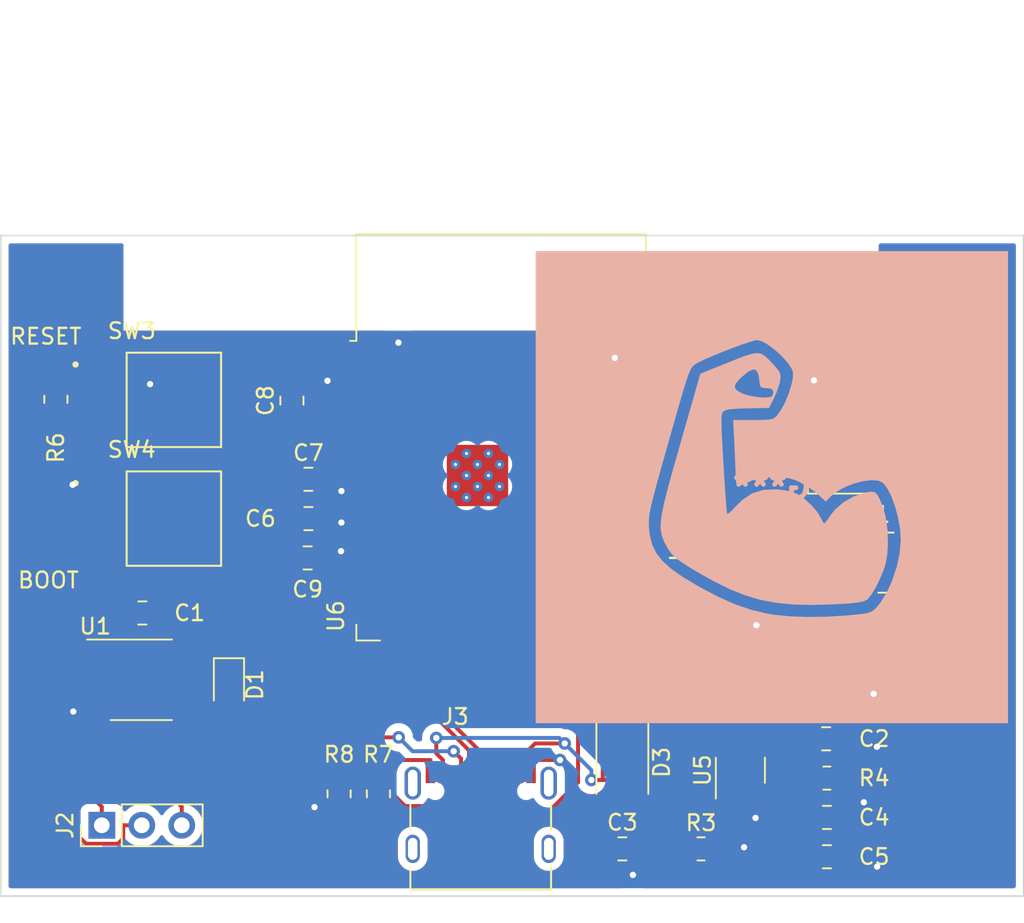
<source format=kicad_pcb>
(kicad_pcb (version 20221018) (generator pcbnew)
  (layers (0 "F.Cu" signal) (31 "B.Cu" signal) (34 "B.Paste" user) (35 "F.Paste" user) (36 "B.SilkS" user "B.Silkscreen") (37 "F.SilkS" user "F.Silkscreen") (38 "B.Mask" user) (39 "F.Mask" user) (44 "Edge.Cuts" user))
  (net 0 "")
  (net 1 "Net-(C1-Pad1)")
  (net 2 "Net-(C1-Pad2)")
  (net 3 "Net-(SW1-A)")
  (net 4 "GND")
  (net 5 "Net-(D3-K)")
  (net 6 "+3V3")
  (net 7 "/RESET")
  (net 8 "/OUT")
  (net 9 "Net-(D1-A)")
  (net 10 "Net-(D2-K)")
  (net 11 "VBUS")
  (net 12 "VBAT")
  (net 13 "Net-(J3-CC1)")
  (net 14 "/D+")
  (net 15 "/D-")
  (net 17 "Net-(J3-CC2)")
  (net 19 "Net-(U3-STAT)")
  (net 20 "Net-(U3-PROG)")
  (net 21 "Net-(U5-EN)")
  (net 22 "/BOOT")
  (net 23 "/IN2")
  (net 24 "/IN1")
  (net 25 "/REF")
  (footprint "Button_Switch_SMD:SW_TS04-66-50-BK-160-SMT" (layer "F.Cu") (at 140 99.5)
    (fp_text reference "SW4" (at -2.675 -4.385) (layer "F.SilkS"))
    (fp_text value "SW_Push")
    (pad "1" smd rect (at -4.55 -2.25) (size 2.1 1.4) (layers "F.Cu" "F.Paste" "F.Mask") (net 4 "GND"))
    (pad "2" smd rect (at -4.55 2.25) (size 2.1 1.4) (layers "F.Cu" "F.Paste" "F.Mask") (net 22 "/BOOT"))
    (pad "3" smd rect (at 4.55 -2.25) (size 2.1 1.4) (layers "F.Cu" "F.Paste" "F.Mask"))
    (pad "4" smd rect (at 4.55 2.25) (size 2.1 1.4) (layers "F.Cu" "F.Paste" "F.Mask"))
  )
  (footprint "Button_Switch_SMD:SW_DPDT_CK_JS202011JCQN" (layer "F.Cu") (at 184 102.3)
    (fp_text reference "SW1" (at 0 -3.05) (layer "F.SilkS"))
    (fp_text value "SW_SPST")
    (pad "1" smd rect (at -2.5 -1.2) (size 1 1.6) (layers "F.Cu" "F.Paste" "F.Mask") (net 3 "Net-(SW1-A)"))
    (pad "2" smd rect (at 0 -1.2) (size 1 1.6) (layers "F.Cu" "F.Paste" "F.Mask") (net 12 "VBAT"))
    (pad "3" smd rect (at 2.5 -1.2) (size 1 1.6) (layers "F.Cu" "F.Paste" "F.Mask"))
    (pad "4" smd rect (at -2.5 1.2) (size 1 1.6) (layers "F.Cu" "F.Paste" "F.Mask"))
    (pad "5" smd rect (at 0 1.2) (size 1 1.6) (layers "F.Cu" "F.Paste" "F.Mask"))
    (pad "6" smd rect (at 2.5 1.2) (size 1 1.6) (layers "F.Cu" "F.Paste" "F.Mask"))
  )
  (footprint "Resistor_SMD:R_0805_2012Metric" (layer "F.Cu") (at 181.5 111)
    (fp_text reference "R2" (at 3 0) (layer "F.SilkS"))
    (fp_text value "1k")
    (pad "1" smd roundrect (at -0.9125 0) (size 1.025 1.4) (layers "F.Cu" "F.Paste" "F.Mask") (roundrect_rratio 0.243902439) (net 20 "Net-(U3-PROG)"))
    (pad "2" smd roundrect (at 0.9125 0) (size 1.025 1.4) (layers "F.Cu" "F.Paste" "F.Mask") (roundrect_rratio 0.243902439) (net 4 "GND"))
  )
  (footprint "Connector_PinHeader_2.54mm:PinHeader_1x03_P2.54mm_Vertical" (layer "F.Cu") (at 135.42 119 90)
    (fp_text reference "J2" (at 0 -2.33 90) (layer "F.SilkS"))
    (fp_text value "Conn_01x03_Pin")
    (pad "1" thru_hole rect (at 0 0 90) (size 1.7 1.7) (drill 1) (layers "*.Cu" "*.Mask") (net 24 "/IN1"))
    (pad "2" thru_hole oval (at 0 2.54 90) (size 1.7 1.7) (drill 1) (layers "*.Cu" "*.Mask") (net 23 "/IN2"))
    (pad "3" thru_hole oval (at 0 5.08 90) (size 1.7 1.7) (drill 1) (layers "*.Cu" "*.Mask") (net 25 "/REF"))
  )
  (footprint "Diode_SMD:D_SMA" (layer "F.Cu") (at 168.5 115 -90)
    (fp_text reference "D3" (at 0 -2.5 90) (layer "F.SilkS"))
    (fp_text value "D_Schottky")
    (pad "1" smd roundrect (at -2 0 270) (size 2.5 1.8) (layers "F.Cu" "F.Paste" "F.Mask") (roundrect_rratio 0.1388888889) (net 5 "Net-(D3-K)"))
    (pad "2" smd roundrect (at 2 0 270) (size 2.5 1.8) (layers "F.Cu" "F.Paste" "F.Mask") (roundrect_rratio 0.1388888889) (net 11 "VBUS"))
  )
  (footprint "Capacitor_SMD:C_0805_2012Metric" (layer "F.Cu") (at 138 105.5)
    (fp_text reference "C1" (at 3 0) (layer "F.SilkS"))
    (fp_text value "C")
    (pad "1" smd roundrect (at -0.95 0) (size 1 1.45) (layers "F.Cu" "F.Paste" "F.Mask") (net 1 "Net-(C1-Pad1)"))
    (pad "2" smd roundrect (at 0.95 0) (size 1 1.45) (layers "F.Cu" "F.Paste" "F.Mask") (net 2 "Net-(C1-Pad2)"))
  )
  (footprint "open-Smartwatch:SOT-23-5" (layer "F.Cu") (at 176.1 109.4 -90)
    (fp_text reference "U3" (at 0 -2.9 90) (layer "F.SilkS"))
    (fp_text value "MCP73831T-2ACI_OT")
    (pad "1" smd rect (at -1.1 -0.95 270) (size 1.06 0.65) (layers "F.Cu" "F.Paste" "F.Mask") (net 19 "Net-(U3-STAT)"))
    (pad "2" smd rect (at -1.1 0 270) (size 1.06 0.65) (layers "F.Cu" "F.Paste" "F.Mask") (net 4 "GND"))
    (pad "3" smd rect (at -1.1 0.95 270) (size 1.06 0.65) (layers "F.Cu" "F.Paste" "F.Mask") (net 3 "Net-(SW1-A)"))
    (pad "4" smd rect (at 1.1 0.95 270) (size 1.06 0.65) (layers "F.Cu" "F.Paste" "F.Mask") (net 11 "VBUS"))
    (pad "5" smd rect (at 1.1 -0.95 270) (size 1.06 0.65) (layers "F.Cu" "F.Paste" "F.Mask") (net 20 "Net-(U3-PROG)"))
  )
  (footprint "Resistor_SMD:R_0805_2012Metric" (layer "F.Cu") (at 173.5 120.5)
    (fp_text reference "R3" (at 0 -1.65) (layer "F.SilkS"))
    (fp_text value "100k")
    (pad "1" smd roundrect (at -0.9125 0) (size 1.025 1.4) (layers "F.Cu" "F.Paste" "F.Mask") (roundrect_rratio 0.243902439) (net 11 "VBUS"))
    (pad "2" smd roundrect (at 0.9125 0) (size 1.025 1.4) (layers "F.Cu" "F.Paste" "F.Mask") (roundrect_rratio 0.243902439) (net 4 "GND"))
  )
  (footprint "Resistor_SMD:R_0805_2012Metric" (layer "F.Cu") (at 181.5 116)
    (fp_text reference "R4" (at 3 0) (layer "F.SilkS"))
    (fp_text value "100k")
    (pad "1" smd roundrect (at -0.9125 0) (size 1.025 1.4) (layers "F.Cu" "F.Paste" "F.Mask") (roundrect_rratio 0.243902439) (net 5 "Net-(D3-K)"))
    (pad "2" smd roundrect (at 0.9125 0) (size 1.025 1.4) (layers "F.Cu" "F.Paste" "F.Mask") (roundrect_rratio 0.243902439) (net 21 "Net-(U5-EN)"))
  )
  (footprint "Button_Switch_SMD:SW_TS04-66-50-BK-160-SMT" (layer "F.Cu") (at 140 91.95)
    (fp_text reference "SW3" (at -2.675 -4.385) (layer "F.SilkS"))
    (fp_text value "SW_Push")
    (pad "1" smd rect (at -4.55 -2.25) (size 2.1 1.4) (layers "F.Cu" "F.Paste" "F.Mask") (net 4 "GND"))
    (pad "2" smd rect (at -4.55 2.25) (size 2.1 1.4) (layers "F.Cu" "F.Paste" "F.Mask") (net 7 "/RESET"))
    (pad "3" smd rect (at 4.55 -2.25) (size 2.1 1.4) (layers "F.Cu" "F.Paste" "F.Mask"))
    (pad "4" smd rect (at 4.55 2.25) (size 2.1 1.4) (layers "F.Cu" "F.Paste" "F.Mask"))
  )
  (footprint "Capacitor_SMD:C_0805_2012Metric" (layer "F.Cu") (at 181.5 121)
    (fp_text reference "C5" (at 3 0) (layer "F.SilkS"))
    (fp_text value "10uF C")
    (pad "1" smd roundrect (at -0.95 0) (size 1 1.45) (layers "F.Cu" "F.Paste" "F.Mask") (net 6 "+3V3"))
    (pad "2" smd roundrect (at 0.95 0) (size 1 1.45) (layers "F.Cu" "F.Paste" "F.Mask") (net 4 "GND"))
  )
  (footprint "Capacitor_SMD:C_0805_2012Metric" (layer "F.Cu") (at 181.5 118.5)
    (fp_text reference "C4" (at 3 0) (layer "F.SilkS"))
    (fp_text value "10uF C")
    (pad "1" smd roundrect (at -0.95 0) (size 1 1.45) (layers "F.Cu" "F.Paste" "F.Mask") (net 6 "+3V3"))
    (pad "2" smd roundrect (at 0.95 0) (size 1 1.45) (layers "F.Cu" "F.Paste" "F.Mask") (net 4 "GND"))
  )
  (footprint "Capacitor_SMD:C_0805_2012Metric" (layer "F.Cu") (at 148.55 99.5)
    (fp_text reference "C6" (at -3.05 0) (layer "F.SilkS"))
    (fp_text value "10uF")
    (pad "1" smd roundrect (at -0.95 0) (size 1 1.45) (layers "F.Cu" "F.Paste" "F.Mask") (net 6 "+3V3"))
    (pad "2" smd roundrect (at 0.95 0) (size 1 1.45) (layers "F.Cu" "F.Paste" "F.Mask") (net 4 "GND"))
  )
  (footprint "Capacitor_SMD:C_0805_2012Metric" (layer "F.Cu") (at 181.45 113.5)
    (fp_text reference "C2" (at 3.05 0) (layer "F.SilkS"))
    (fp_text value "10uF")
    (pad "1" smd roundrect (at -0.95 0) (size 1 1.45) (layers "F.Cu" "F.Paste" "F.Mask") (net 3 "Net-(SW1-A)"))
    (pad "2" smd roundrect (at 0.95 0) (size 1 1.45) (layers "F.Cu" "F.Paste" "F.Mask") (net 4 "GND"))
  )
  (footprint "Resistor_SMD:R_0805_2012Metric" (layer "F.Cu") (at 132.5 91.9125 -90)
    (fp_text reference "R6" (at 3.0875 0 90) (layer "F.SilkS"))
    (fp_text value "5.1k")
    (pad "1" smd roundrect (at -0.9125 0 270) (size 1.025 1.4) (layers "F.Cu" "F.Paste" "F.Mask") (roundrect_rratio 0.243902439) (net 6 "+3V3"))
    (pad "2" smd roundrect (at 0.9125 0 270) (size 1.025 1.4) (layers "F.Cu" "F.Paste" "F.Mask") (roundrect_rratio 0.243902439) (net 7 "/RESET"))
  )
  (footprint "Capacitor_SMD:C_0805_2012Metric" (layer "F.Cu") (at 168.5 120.5)
    (fp_text reference "C3" (at 0 -1.68) (layer "F.SilkS"))
    (fp_text value "10uF C")
    (pad "1" smd roundrect (at -0.95 0) (size 1 1.45) (layers "F.Cu" "F.Paste" "F.Mask") (net 5 "Net-(D3-K)"))
    (pad "2" smd roundrect (at 0.95 0) (size 1 1.45) (layers "F.Cu" "F.Paste" "F.Mask") (net 4 "GND"))
  )
  (footprint "Package_SO:SOIC-8-1EP_3.9x4.9mm_P1.27mm_EP2.29x3mm" (layer "F.Cu") (at 137.93 109.75)
    (fp_text reference "U1" (at -2.93 -3.4) (layer "F.SilkS"))
    (fp_text value "INA128")
    (pad "1" smd roundrect (at -2.475 -1.905) (size 1.95 0.6) (layers "F.Cu" "F.Paste" "F.Mask") (net 1 "Net-(C1-Pad1)"))
    (pad "2" smd roundrect (at -2.475 -0.635) (size 1.95 0.6) (layers "F.Cu" "F.Paste" "F.Mask") (net 23 "/IN2"))
    (pad "3" smd roundrect (at -2.475 0.635) (size 1.95 0.6) (layers "F.Cu" "F.Paste" "F.Mask") (net 24 "/IN1"))
    (pad "4" smd roundrect (at -2.475 1.905) (size 1.95 0.6) (layers "F.Cu" "F.Paste" "F.Mask") (net 4 "GND"))
    (pad "5" smd roundrect (at 2.475 1.905) (size 1.95 0.6) (layers "F.Cu" "F.Paste" "F.Mask") (net 25 "/REF"))
    (pad "6" smd roundrect (at 2.475 0.635) (size 1.95 0.6) (layers "F.Cu" "F.Paste" "F.Mask") (net 9 "Net-(D1-A)"))
    (pad "7" smd roundrect (at 2.475 -0.635) (size 1.95 0.6) (layers "F.Cu" "F.Paste" "F.Mask") (net 6 "+3V3"))
    (pad "8" smd roundrect (at 2.475 -1.905) (size 1.95 0.6) (layers "F.Cu" "F.Paste" "F.Mask") (net 2 "Net-(C1-Pad2)"))
    (pad "9" smd rect (at 0 0) (size 2.29 3) (layers "F.Cu" "F.Mask"))
  )
  (footprint "Capacitor_SMD:C_0805_2012Metric" (layer "F.Cu") (at 148.5 102)
    (fp_text reference "C9" (at 0 2) (layer "F.SilkS"))
    (fp_text value "1uF")
    (pad "1" smd roundrect (at -0.95 0) (size 1 1.45) (layers "F.Cu" "F.Paste" "F.Mask") (net 6 "+3V3"))
    (pad "2" smd roundrect (at 0.95 0) (size 1 1.45) (layers "F.Cu" "F.Paste" "F.Mask") (net 4 "GND"))
  )
  (footprint "Resistor_SMD:R_0805_2012Metric" (layer "F.Cu") (at 153 117 -90)
    (fp_text reference "R7" (at -2.5 0 -180) (layer "F.SilkS"))
    (fp_text value "5.1k")
    (pad "1" smd roundrect (at -0.9125 0 270) (size 1.025 1.4) (layers "F.Cu" "F.Paste" "F.Mask") (roundrect_rratio 0.243902439) (net 17 "Net-(J3-CC2)"))
    (pad "2" smd roundrect (at 0.9125 0 270) (size 1.025 1.4) (layers "F.Cu" "F.Paste" "F.Mask") (roundrect_rratio 0.243902439) (net 4 "GND"))
  )
  (footprint "RF_Module:ESP32-S3-WROOM-1" (layer "F.Cu") (at 160.795 94.3)
    (fp_text reference "U6" (at -10.5 11.4 90 unlocked) (layer "F.SilkS"))
    (fp_text value "ESP32-S3-WROOM-1-N16R2")
    (pad "1" smd rect (at -8.75 -5.26) (size 1.5 0.9) (layers "F.Cu" "F.Paste" "F.Mask") (net 4 "GND"))
    (pad "2" smd rect (at -8.75 -3.99) (size 1.5 0.9) (layers "F.Cu" "F.Paste" "F.Mask") (net 6 "+3V3"))
    (pad "3" smd rect (at -8.75 -2.72) (size 1.5 0.9) (layers "F.Cu" "F.Paste" "F.Mask") (net 7 "/RESET"))
    (pad "4" smd rect (at -8.75 -1.45) (size 1.5 0.9) (layers "F.Cu" "F.Paste" "F.Mask"))
    (pad "5" smd rect (at -8.75 -0.18) (size 1.5 0.9) (layers "F.Cu" "F.Paste" "F.Mask") (net 8 "/OUT"))
    (pad "6" smd rect (at -8.75 1.09) (size 1.5 0.9) (layers "F.Cu" "F.Paste" "F.Mask"))
    (pad "7" smd rect (at -8.75 2.36) (size 1.5 0.9) (layers "F.Cu" "F.Paste" "F.Mask"))
    (pad "8" smd rect (at -8.75 3.63) (size 1.5 0.9) (layers "F.Cu" "F.Paste" "F.Mask"))
    (pad "9" smd rect (at -8.75 4.9) (size 1.5 0.9) (layers "F.Cu" "F.Paste" "F.Mask"))
    (pad "10" smd rect (at -8.75 6.17) (size 1.5 0.9) (layers "F.Cu" "F.Paste" "F.Mask"))
    (pad "11" smd rect (at -8.75 7.44) (size 1.5 0.9) (layers "F.Cu" "F.Paste" "F.Mask"))
    (pad "12" smd rect (at -8.75 8.71) (size 1.5 0.9) (layers "F.Cu" "F.Paste" "F.Mask"))
    (pad "13" smd rect (at -8.75 9.98) (size 1.5 0.9) (layers "F.Cu" "F.Paste" "F.Mask") (net 15 "/D-"))
    (pad "14" smd rect (at -8.75 11.25 180) (size 1.5 0.9) (layers "F.Cu" "F.Paste" "F.Mask") (net 14 "/D+"))
    (pad "15" smd rect (at -6.985 12.5 270) (size 1.5 0.9) (layers "F.Cu" "F.Paste" "F.Mask"))
    (pad "16" smd rect (at -5.715 12.5 270) (size 1.5 0.9) (layers "F.Cu" "F.Paste" "F.Mask"))
    (pad "17" smd rect (at -4.445 12.5 270) (size 1.5 0.9) (layers "F.Cu" "F.Paste" "F.Mask"))
    (pad "18" smd rect (at -3.175 12.5 270) (size 1.5 0.9) (layers "F.Cu" "F.Paste" "F.Mask"))
    (pad "19" smd rect (at -1.905 12.5 270) (size 1.5 0.9) (layers "F.Cu" "F.Paste" "F.Mask"))
    (pad "20" smd rect (at -0.635 12.5 270) (size 1.5 0.9) (layers "F.Cu" "F.Paste" "F.Mask"))
    (pad "21" smd rect (at 0.635 12.5 270) (size 1.5 0.9) (layers "F.Cu" "F.Paste" "F.Mask"))
    (pad "22" smd rect (at 1.905 12.5 270) (size 1.5 0.9) (layers "F.Cu" "F.Paste" "F.Mask"))
    (pad "23" smd rect (at 3.175 12.5 270) (size 1.5 0.9) (layers "F.Cu" "F.Paste" "F.Mask"))
    (pad "24" smd rect (at 4.445 12.5 270) (size 1.5 0.9) (layers "F.Cu" "F.Paste" "F.Mask"))
    (pad "25" smd rect (at 5.715 12.5 270) (size 1.5 0.9) (layers "F.Cu" "F.Paste" "F.Mask"))
    (pad "26" smd rect (at 6.985 12.5 270) (size 1.5 0.9) (layers "F.Cu" "F.Paste" "F.Mask"))
    (pad "27" smd rect (at 8.75 11.25) (size 1.5 0.9) (layers "F.Cu" "F.Paste" "F.Mask") (net 22 "/BOOT"))
    (pad "28" smd rect (at 8.75 9.98) (size 1.5 0.9) (layers "F.Cu" "F.Paste" "F.Mask"))
    (pad "29" smd rect (at 8.75 8.71) (size 1.5 0.9) (layers "F.Cu" "F.Paste" "F.Mask"))
    (pad "30" smd rect (at 8.75 7.44) (size 1.5 0.9) (layers "F.Cu" "F.Paste" "F.Mask"))
    (pad "31" smd rect (at 8.75 6.17) (size 1.5 0.9) (layers "F.Cu" "F.Paste" "F.Mask"))
    (pad "32" smd rect (at 8.75 4.9) (size 1.5 0.9) (layers "F.Cu" "F.Paste" "F.Mask"))
    (pad "33" smd rect (at 8.75 3.63) (size 1.5 0.9) (layers "F.Cu" "F.Paste" "F.Mask"))
    (pad "34" smd rect (at 8.75 2.36) (size 1.5 0.9) (layers "F.Cu" "F.Paste" "F.Mask"))
    (pad "35" smd rect (at 8.75 1.09) (size 1.5 0.9) (layers "F.Cu" "F.Paste" "F.Mask"))
    (pad "36" smd rect (at 8.75 -0.18) (size 1.5 0.9) (layers "F.Cu" "F.Paste" "F.Mask"))
    (pad "37" smd rect (at 8.75 -1.45) (size 1.5 0.9) (layers "F.Cu" "F.Paste" "F.Mask"))
    (pad "38" smd rect (at 8.75 -2.72) (size 1.5 0.9) (layers "F.Cu" "F.Paste" "F.Mask"))
    (pad "39" smd rect (at 8.75 -3.99) (size 1.5 0.9) (layers "F.Cu" "F.Paste" "F.Mask"))
    (pad "40" smd rect (at 8.75 -5.26) (size 1.5 0.9) (layers "F.Cu" "F.Paste" "F.Mask") (net 4 "GND"))
    (pad "41" thru_hole circle (at -2.9 1.76 90) (size 0.6 0.6) (drill 0.2) (property pad_prop_heatsink) (layers "*.Cu" "F.Mask"))
    (pad "41" thru_hole circle (at -2.9 3.16) (size 0.6 0.6) (drill 0.2) (property pad_prop_heatsink) (layers "*.Cu" "F.Mask"))
    (pad "41" thru_hole circle (at -2.2 1.06) (size 0.6 0.6) (drill 0.2) (property pad_prop_heatsink) (layers "*.Cu" "F.Mask"))
    (pad "41" thru_hole circle (at -2.2 2.46) (size 0.6 0.6) (drill 0.2) (property pad_prop_heatsink) (layers "*.Cu" "F.Mask"))
    (pad "41" thru_hole circle (at -2.2 3.86) (size 0.6 0.6) (drill 0.2) (property pad_prop_heatsink) (layers "*.Cu" "F.Mask"))
    (pad "41" thru_hole circle (at -1.5 1.76) (size 0.6 0.6) (drill 0.2) (property pad_prop_heatsink) (layers "*.Cu" "F.Mask"))
    (pad "41" smd rect (at -1.5 2.46 270) (size 3.9 3.9) (layers "F.Cu" "F.Mask"))
    (pad "41" thru_hole circle (at -1.5 3.16) (size 0.6 0.6) (drill 0.2) (property pad_prop_heatsink) (layers "*.Cu" "F.Mask"))
    (pad "41" thru_hole circle (at -0.8 1.06) (size 0.6 0.6) (drill 0.2) (property pad_prop_heatsink) (layers "*.Cu" "F.Mask"))
    (pad "41" thru_hole circle (at -0.8 2.46) (size 0.6 0.6) (drill 0.2) (property pad_prop_heatsink) (layers "*.Cu" "F.Mask"))
    (pad "41" thru_hole circle (at -0.8 3.86) (size 0.6 0.6) (drill 0.2) (property pad_prop_heatsink) (layers "*.Cu" "F.Mask"))
    (pad "41" thru_hole circle (at -0.1 1.76) (size 0.6 0.6) (drill 0.2) (property pad_prop_heatsink) (layers "*.Cu" "F.Mask"))
    (pad "41" thru_hole circle (at -0.1 3.16) (size 0.6 0.6) (drill 0.2) (property pad_prop_heatsink) (layers "*.Cu" "F.Mask"))
    (zone (net 0) (net_name "") (layers "F.Cu" "In1.Cu" "B.Cu") (connect_pads (clearance 0)) (min_thickness 0.254)
      (keepout (tracks not_allowed) (vias not_allowed) (pads not_allowed) (copperpour not_allowed) (footprints not_allowed))
      (fill (thermal_gap 0.508) (thermal_bridge_width 0.508))
      (polygon (pts (xy 136.795 87.55) (xy 184.795 87.55) (xy 184.795 66.55) (xy 136.795 66.55)))
    )
  )
  (footprint "Diode_SMD:D_0805_2012Metric" (layer "F.Cu") (at 143.5 110.0625 -90)
    (fp_text reference "D1" (at 0 -1.65 90) (layer "F.SilkS"))
    (fp_text value "D")
    (pad "1" smd roundrect (at -0.9375 0 270) (size 0.975 1.4) (layers "F.Cu" "F.Paste" "F.Mask") (net 8 "/OUT"))
    (pad "2" smd roundrect (at 0.9375 0 270) (size 0.975 1.4) (layers "F.Cu" "F.Paste" "F.Mask") (net 9 "Net-(D1-A)"))
  )
  (footprint "LED_SMD:LED_0805_2012Metric" (layer "F.Cu") (at 185.5625 108.5)
    (fp_text reference "D2" (at 0 -1.65) (layer "F.SilkS"))
    (fp_text value "LED")
    (pad "1" smd roundrect (at -0.9375 0) (size 0.975 1.4) (layers "F.Cu" "F.Paste" "F.Mask") (net 10 "Net-(D2-K)"))
    (pad "2" smd roundrect (at 0.9375 0) (size 0.975 1.4) (layers "F.Cu" "F.Paste" "F.Mask") (net 11 "VBUS"))
  )
  (footprint "Connector_JST:JST_PH_S2B-PH-SM4-TB_1x02-1MP_P2.00mm_Horizontal" (layer "F.Cu") (at 183.6 93.85 90)
    (fp_text reference "J1" (at 0 -5.8 90) (layer "F.SilkS"))
    (fp_text value "Conn_01x02_Pin")
    (pad "1" smd roundrect (at -1 -2.85 90) (size 1 3.5) (layers "F.Cu" "F.Paste" "F.Mask") (net 12 "VBAT"))
    (pad "2" smd roundrect (at 1 -2.85 90) (size 1 3.5) (layers "F.Cu" "F.Paste" "F.Mask") (net 4 "GND"))
    (pad "MP" smd roundrect (at -3.35 2.9 90) (size 1.5 3.4) (layers "F.Cu" "F.Paste" "F.Mask") (roundrect_rratio 0.1666673333))
    (pad "MP" smd roundrect (at 3.35 2.9 90) (size 1.5 3.4) (layers "F.Cu" "F.Paste" "F.Mask") (roundrect_rratio 0.1666673333))
  )
  (footprint "Capacitor_SMD:C_0805_2012Metric" (layer "F.Cu") (at 148.55 97)
    (fp_text reference "C7" (at 0 -1.68) (layer "F.SilkS"))
    (fp_text value "10uF")
    (pad "1" smd roundrect (at -0.95 0) (size 1 1.45) (layers "F.Cu" "F.Paste" "F.Mask") (net 6 "+3V3"))
    (pad "2" smd roundrect (at 0.95 0) (size 1 1.45) (layers "F.Cu" "F.Paste" "F.Mask") (net 4 "GND"))
  )
  (footprint "Package_TO_SOT_SMD:SOT-23-5" (layer "F.Cu") (at 176 115.5 90)
    (fp_text reference "U5" (at 0 -2.4 90) (layer "F.SilkS"))
    (fp_text value "AP2112K-3.3")
    (pad "1" smd roundrect (at -1.1375 -0.95 90) (size 1.325 0.6) (layers "F.Cu" "F.Paste" "F.Mask") (net 5 "Net-(D3-K)"))
    (pad "2" smd roundrect (at -1.1375 0 90) (size 1.325 0.6) (layers "F.Cu" "F.Paste" "F.Mask") (net 4 "GND"))
    (pad "3" smd roundrect (at -1.1375 0.95 90) (size 1.325 0.6) (layers "F.Cu" "F.Paste" "F.Mask") (net 21 "Net-(U5-EN)"))
    (pad "4" smd roundrect (at 1.1375 0.95 90) (size 1.325 0.6) (layers "F.Cu" "F.Paste" "F.Mask"))
    (pad "5" smd roundrect (at 1.1375 -0.95 90) (size 1.325 0.6) (layers "F.Cu" "F.Paste" "F.Mask") (net 6 "+3V3"))
  )
  (footprint "Resistor_SMD:R_0805_2012Metric" (layer "F.Cu") (at 150.5 117 -90)
    (fp_text reference "R8" (at -2.5 0 -180) (layer "F.SilkS"))
    (fp_text value "5.1k")
    (pad "1" smd roundrect (at -0.9125 0 270) (size 1.025 1.4) (layers "F.Cu" "F.Paste" "F.Mask") (roundrect_rratio 0.243902439) (net 13 "Net-(J3-CC1)"))
    (pad "2" smd roundrect (at 0.9125 0 270) (size 1.025 1.4) (layers "F.Cu" "F.Paste" "F.Mask") (roundrect_rratio 0.243902439) (net 4 "GND"))
  )
  (footprint "Connector_USB:AMPHENOL_12402012E212A" (layer "F.Cu") (at 159.5 120.5)
    (fp_text reference "J3" (at -1.62 -8.405) (layer "F.SilkS"))
    (fp_text value "USB_C_Receptacle_USB2.0_16P")
    (pad "" np_thru_hole circle (at -2.89 -3.68) (size 0.65 0.65) (drill 0.65) (layers "*.Cu" "*.Mask"))
    (pad "" np_thru_hole circle (at 2.89 -3.68) (size 0.65 0.65) (drill 0.65) (layers "*.Cu" "*.Mask"))
    (pad "A1" smd rect (at -3.2 -4.75) (size 0.6 1.14) (layers "F.Cu" "F.Paste" "F.Mask") (net 4 "GND"))
    (pad "A4" smd rect (at -2.4 -4.75) (size 0.6 1.14) (layers "F.Cu" "F.Paste" "F.Mask") (net 11 "VBUS"))
    (pad "A5" smd rect (at -1.25 -4.75) (size 0.3 1.14) (layers "F.Cu" "F.Paste" "F.Mask") (net 13 "Net-(J3-CC1)"))
    (pad "A6" smd rect (at -0.25 -4.75) (size 0.3 1.14) (layers "F.Cu" "F.Paste" "F.Mask") (net 14 "/D+"))
    (pad "A7" smd rect (at 0.25 -4.75) (size 0.3 1.14) (layers "F.Cu" "F.Paste" "F.Mask") (net 15 "/D-"))
    (pad "A8" smd rect (at 1.25 -4.75) (size 0.3 1.14) (layers "F.Cu" "F.Paste" "F.Mask"))
    (pad "B1" smd rect (at 3.2 -4.75) (size 0.6 1.14) (layers "F.Cu" "F.Paste" "F.Mask") (net 4 "GND"))
    (pad "B4" smd rect (at 2.4 -4.75) (size 0.6 1.14) (layers "F.Cu" "F.Paste" "F.Mask") (net 11 "VBUS"))
    (pad "B5" smd rect (at 1.75 -4.75) (size 0.3 1.14) (layers "F.Cu" "F.Paste" "F.Mask") (net 17 "Net-(J3-CC2)"))
    (pad "B6" smd rect (at 0.75 -4.75) (size 0.3 1.14) (layers "F.Cu" "F.Paste" "F.Mask") (net 14 "/D+"))
    (pad "B7" smd rect (at -0.75 -4.75) (size 0.3 1.14) (layers "F.Cu" "F.Paste" "F.Mask") (net 15 "/D-"))
    (pad "B8" smd rect (at -1.75 -4.75) (size 0.3 1.14) (layers "F.Cu" "F.Paste" "F.Mask"))
    (pad "SH1" thru_hole oval (at -4.32 -4.18) (size 1.05 2.1) (drill oval 0.6 1.7) (layers "*.Cu" "*.Mask"))
    (pad "SH2" thru_hole oval (at 4.32 -4.18) (size 1.05 2.1) (drill oval 0.6 1.7) (layers "*.Cu" "*.Mask"))
    (pad "SH3" thru_hole oval (at -4.32 0) (size 0.9 1.8) (drill oval 0.6 1.4) (layers "*.Cu" "*.Mask"))
    (pad "SH4" thru_hole oval (at 4.32 0) (size 0.9 1.8) (drill oval 0.6 1.4) (layers "*.Cu" "*.Mask"))
  )
  (footprint "Resistor_SMD:R_0805_2012Metric" (layer "F.Cu") (at 181.5 108.5 180)
    (fp_text reference "R1" (at 0 2) (layer "F.SilkS"))
    (fp_text value "5.7k")
    (pad "1" smd roundrect (at -0.9125 0 180) (size 1.025 1.4) (layers "F.Cu" "F.Paste" "F.Mask") (roundrect_rratio 0.243902439) (net 10 "Net-(D2-K)"))
    (pad "2" smd roundrect (at 0.9125 0 180) (size 1.025 1.4) (layers "F.Cu" "F.Paste" "F.Mask") (roundrect_rratio 0.243902439) (net 19 "Net-(U3-STAT)"))
  )
  (footprint "Package_TO_SOT_SMD:SOT95P240X105-3N" (layer "F.Cu") (at 176 102.5 90)
    (fp_text reference "U4" (at 1.753325 -3.582895 90) (layer "F.SilkS") (effects (font (size 1.640685 1.640685))))
    (fp_text value "DMG3415U-7")
    (pad "1" smd rect (at -1.016 -0.9652 90) (size 1.3208 0.5588) (layers "F.Cu" "F.Paste" "F.Mask") (net 11 "VBUS"))
    (pad "2" smd rect (at -1.016 0.9652 90) (size 1.3208 0.5588) (layers "F.Cu" "F.Paste" "F.Mask") (net 5 "Net-(D3-K)"))
    (pad "3" smd rect (at 1.016 0 90) (size 1.3208 0.5588) (layers "F.Cu" "F.Paste" "F.Mask") (net 12 "VBAT"))
  )
  (footprint "Capacitor_SMD:C_0805_2012Metric" (layer "F.Cu") (at 147.5 92 90)
    (fp_text reference "C8" (at 0 -1.68 90) (layer "F.SilkS"))
    (fp_text value "1uF")
    (pad "1" smd roundrect (at -0.95 0 90) (size 1 1.45) (layers "F.Cu" "F.Paste" "F.Mask") (net 7 "/RESET"))
    (pad "2" smd roundrect (at 0.95 0 90) (size 1 1.45) (layers "F.Cu" "F.Paste" "F.Mask") (net 4 "GND"))
  )
  (footprint "Images:muscle" (layer "B.Cu") (at 178 97.5 180)
    (fp_text reference "G***" (at 0 0) (layer "B.SilkS") (effects (font (size 1.5 1.5) (thickness 0.3)) (justify mirror)))
    (fp_text value "LOGO" hide)
  )
  (gr_line (start 194 81.5) (end 194 123.5) (stroke (width 0.1)) (layer "Edge.Cuts"))
  (gr_line (start 194 123.5) (end 129 123.5) (stroke (width 0.1)) (layer "Edge.Cuts"))
  (gr_line (start 129 123.5) (end 129 81.5) (stroke (width 0.1)) (layer "Edge.Cuts"))
  (gr_line (start 129 81.5) (end 194 81.5) (stroke (width 0.1)) (layer "Edge.Cuts"))
  (gr_text "BOOT" (at 130 104) (layer "F.SilkS") (effects (font (size 1 1)) (justify left bottom)))
  (gr_text "RESET" (at 129.5 88.5) (layer "F.SilkS") (effects (font (size 1 1)) (justify left bottom)))
  (segment (start 137.05 105.5) (end 135.455 107.095) (width 0.25) (layer "F.Cu") (net 1))
  (segment (start 135.455 107.095) (end 135.455 107.845) (width 0.25) (layer "F.Cu") (net 1))
  (segment (start 138.95 105.5) (end 140.405 106.955) (width 0.25) (layer "F.Cu") (net 2))
  (segment (start 140.405 106.955) (end 140.405 107.845) (width 0.25) (layer "F.Cu") (net 2))
  (segment (start 175.15 107.443) (end 174.428 106.722) (width 0.25) (layer "F.Cu") (net 3))
  (segment (start 175.15 109.157) (end 176.398 110.405) (width 0.25) (layer "F.Cu") (net 3))
  (segment (start 176.101 99.9731) (end 181.5 99.9731) (width 0.25) (layer "F.Cu") (net 3))
  (segment (start 174.428 101.645) (end 176.101 99.9731) (width 0.25) (layer "F.Cu") (net 3))
  (segment (start 176.398 110.405) (end 176.398 111.206) (width 0.25) (layer "F.Cu") (net 3))
  (segment (start 175.15 108.3) (end 175.15 107.443) (width 0.25) (layer "F.Cu") (net 3))
  (segment (start 178.692 113.5) (end 180.5 113.5) (width 0.25) (layer "F.Cu") (net 3))
  (segment (start 181.5 99.9731) (end 181.5 101.1) (width 0.25) (layer "F.Cu") (net 3))
  (segment (start 176.398 111.206) (end 178.692 113.5) (width 0.25) (layer "F.Cu") (net 3))
  (segment (start 174.428 106.722) (end 174.428 101.645) (width 0.25) (layer "F.Cu") (net 3))
  (segment (start 175.15 108.3) (end 175.15 109.157) (width 0.25) (layer "F.Cu") (net 3))
  (segment (start 153.851 88.3112) (end 154.271 88.3112) (width 0.25) (layer "F.Cu") (net 4))
  (segment (start 134.073 97.25) (end 135.45 97.25) (width 0.25) (layer "F.Cu") (net 4))
  (segment (start 182.909 114.009) (end 182.4 113.5) (width 0.25) (layer "F.Cu") (net 4))
  (segment (start 152.9995 117.912) (end 153 117.912) (width 0.25) (layer "F.Cu") (net 4))
  (segment (start 183.077 121.627) (end 182.45 121) (width 0.25) (layer "F.Cu") (net 4))
  (segment (start 150.623 101.571) (end 149.879 101.571) (width 0.25) (layer "F.Cu") (net 4))
  (segment (start 184.69 121.627) (end 183.077 121.627) (width 0.25) (layer "F.Cu") (net 4))
  (segment (start 162.7 114.853) (end 162.7 115.75) (width 0.25) (layer "F.Cu") (net 4))
  (segment (start 176 117.565) (end 176 116.638) (width 0.25) (layer "F.Cu") (net 4))
  (segment (start 150.433 117.845) (end 150.5 117.912) (width 0.25) (layer "F.Cu") (net 4))
  (segment (start 169.45 121.876) (end 169.172 122.155) (width 0.25) (layer "F.Cu") (net 4))
  (segment (start 151.909 117.912) (end 152.9995 117.912) (width 0.25) (layer "F.Cu") (net 4))
  (segment (start 169.45 120.5) (end 169.45 121.876) (width 0.25) (layer "F.Cu") (net 4))
  (segment (start 182.767 110.646) (end 182.5895 110.823) (width 0.25) (layer "F.Cu") (net 4))
  (segment (start 150.5 117.912) (end 151.909 117.912) (width 0.25) (layer "F.Cu") (net 4))
  (segment (start 152.705 114.853) (end 151.909 115.648) (width 0.25) (layer "F.Cu") (net 4))
  (segment (start 135.343 111.767) (end 135.455 111.655) (width 0.25) (layer "F.Cu") (net 4))
  (segment (start 176.967 118.532) (end 176 117.565) (width 0.25) (layer "F.Cu") (net 4))
  (segment (start 150.648 99.7514) (end 149.751 99.7514) (width 0.25) (layer "F.Cu") (net 4))
  (segment (start 174.5165 120.396) (end 174.4125 120.5) (width 0.25) (layer "F.Cu") (net 4))
  (segment (start 176 116.638) (end 176 116.6375) (width 0.25) (layer "F.Cu") (net 4))
  (segment (start 156.3 114.853) (end 152.705 114.853) (width 0.25) (layer "F.Cu") (net 4))
  (segment (start 184.678 114.009) (end 182.909 114.009) (width 0.25) (layer "F.Cu") (net 4))
  (segment (start 182.5895 110.823) (end 182.4125 111) (width 0.25) (layer "F.Cu") (net 4))
  (segment (start 150.648 97.7476) (end 150.248 97.7476) (width 0.25) (layer "F.Cu") (net 4))
  (segment (start 150.248 97.7476) (end 149.5 97) (width 0.25) (layer "F.Cu") (net 4))
  (segment (start 156.3 115.75) (end 156.3 114.853) (width 0.25) (layer "F.Cu") (net 4))
  (segment (start 150.5 117.912) (end 150.5 117.9125) (width 0.25) (layer "F.Cu") (net 4))
  (segment (start 138.076 90.9487) (end 136.827 89.7) (width 0.25) (layer "F.Cu") (net 4))
  (segment (start 176.235 120.396) (end 174.5165 120.396) (width 0.25) (layer "F.Cu") (net 4))
  (segment (start 168.227 89.2812) (end 168.468 89.04) (width 0.25) (layer "F.Cu") (net 4))
  (segment (start 184.469 110.646) (end 182.767 110.646) (width 0.25) (layer "F.Cu") (net 4))
  (segment (start 136.827 89.7) (end 135.45 89.7) (width 0.25) (layer "F.Cu") (net 4))
  (segment (start 183.4112 117.5388) (end 182.45 118.5) (width 0.25) (layer "F.Cu") (net 4))
  (segment (start 148.938 117.845) (end 150.433 117.845) (width 0.25) (layer "F.Cu") (net 4))
  (segment (start 152.045 89.04) (end 153.122 89.04) (width 0.25) (layer "F.Cu") (net 4))
  (segment (start 176.1 107.194) (end 177.017 106.277) (width 0.25) (layer "F.Cu") (net 4))
  (segment (start 149.879 101.571) (end 149.45 102) (width 0.25) (layer "F.Cu") (net 4))
  (segment (start 133.976 97.3476) (end 134.073 97.25) (width 0.25) (layer "F.Cu") (net 4))
  (segment (start 182.5895 110.823) (end 182.412 111) (width 0.25) (layer "F.Cu") (net 4))
  (segment (start 176.1 108.3) (end 176.1 107.194) (width 0.25) (layer "F.Cu") (net 4))
  (segment (start 151.909 115.648) (end 151.909 117.912) (width 0.25) (layer "F.Cu") (net 4))
  (segment (start 133.607 111.767) (end 135.343 111.767) (width 0.25) (layer "F.Cu") (net 4))
  (segment (start 147.814 90.7362) (end 147.5 91.05) (width 0.25) (layer "F.Cu") (net 4))
  (segment (start 149.76 90.7362) (end 147.814 90.7362) (width 0.25) (layer "F.Cu") (net 4))
  (segment (start 183.8465 117.5388) (end 183.4112 117.5388) (width 0.25) (layer "F.Cu") (net 4))
  (segment (start 164.538 114.848) (end 162.705 114.848) (width 0.25) (layer "F.Cu") (net 4))
  (segment (start 180.75 90.7841) (end 180.75 92.85) (width 0.25) (layer "F.Cu") (net 4))
  (segment (start 138.488 90.9487) (end 138.076 90.9487) (width 0.25) (layer "F.Cu") (net 4))
  (segment (start 162.705 114.848) (end 162.7 114.853) (width 0.25) (layer "F.Cu") (net 4))
  (segment (start 152.9995 117.912) (end 153 117.9125) (width 0.25) (layer "F.Cu") (net 4))
  (segment (start 133.568 97.3476) (end 133.976 97.3476) (width 0.25) (layer "F.Cu") (net 4))
  (segment (start 180.677 90.7107) (end 180.75 90.7841) (width 0.25) (layer "F.Cu") (net 4))
  (segment (start 149.751 99.7514) (end 149.5 99.5) (width 0.25) (layer "F.Cu") (net 4))
  (segment (start 168.468 89.04) (end 169.545 89.04) (width 0.25) (layer "F.Cu") (net 4))
  (segment (start 168.024 89.2812) (end 168.227 89.2812) (width 0.25) (layer "F.Cu") (net 4))
  (segment (start 153.122 89.04) (end 153.851 88.3112) (width 0.25) (layer "F.Cu") (net 4))
  (via (at 180.677 90.7107) (size 0.8) (drill 0.4) (layers "F.Cu" "B.Cu") (net 4))
  (via (at 150.623 101.571) (size 0.8) (drill 0.4) (layers "F.Cu" "B.Cu") (net 4))
  (via (at 184.678 114.009) (size 0.8) (drill 0.4) (layers "F.Cu" "B.Cu") (net 4))
  (via (at 176.967 118.532) (size 0.8) (drill 0.4) (layers "F.Cu" "B.Cu") (net 4))
  (via (at 184.469 110.646) (size 0.8) (drill 0.4) (layers "F.Cu" "B.Cu") (net 4))
  (via (at 149.76 90.7362) (size 0.8) (drill 0.4) (layers "F.Cu" "B.Cu") (net 4))
  (via (at 154.271 88.3112) (size 0.8) (drill 0.4) (layers "F.Cu" "B.Cu") (net 4))
  (via (at 148.938 117.845) (size 0.8) (drill 0.4) (layers "F.Cu" "B.Cu") (net 4))
  (via (at 184.69 121.627) (size 0.8) (drill 0.4) (layers "F.Cu" "B.Cu") (net 4))
  (via (at 183.8465 117.5388) (size 0.8) (drill 0.4) (layers "F.Cu" "B.Cu") (net 4))
  (via (at 138.488 90.9487) (size 0.8) (drill 0.4) (layers "F.Cu" "B.Cu") (net 4))
  (via (at 168.024 89.2812) (size 0.8) (drill 0.4) (layers "F.Cu" "B.Cu") (net 4))
  (via (at 150.648 99.7514) (size 0.8) (drill 0.4) (layers "F.Cu" "B.Cu") (net 4))
  (via (at 177.017 106.277) (size 0.8) (drill 0.4) (layers "F.Cu" "B.Cu") (net 4))
  (via (at 133.568 97.3476) (size 0.8) (drill 0.4) (layers "F.Cu" "B.Cu") (net 4))
  (via (at 176.235 120.396) (size 0.8) (drill 0.4) (layers "F.Cu" "B.Cu") (net 4))
  (via (at 133.607 111.767) (size 0.8) (drill 0.4) (layers "F.Cu" "B.Cu") (net 4))
  (via (at 164.538 114.848) (size 0.8) (drill 0.4) (layers "F.Cu" "B.Cu") (net 4))
  (via (at 169.172 122.155) (size 0.8) (drill 0.4) (layers "F.Cu" "B.Cu") (net 4))
  (via (at 150.648 97.7476) (size 0.8) (drill 0.4) (layers "F.Cu" "B.Cu") (net 4))
  (segment (start 175.05 116.6375) (end 175.05 116.638) (width 0.25) (layer "F.Cu") (net 5))
  (segment (start 175.05 116.638) (end 171.412 113) (width 0.25) (layer "F.Cu") (net 5))
  (segment (start 175.05 117.643) (end 175.05 116.638) (width 0.25) (layer "F.Cu") (net 5))
  (segment (start 169.9904 119.4122) (end 168.6378 119.4122) (width 0.25) (layer "F.Cu") (net 5))
  (segment (start 184.882 105.371) (end 187.347 107.836) (width 0.25) (layer "F.Cu") (net 5))
  (segment (start 175.3246 117.9176) (end 173.5 119.7422) (width 0.25) (layer "F.Cu") (net 5))
  (segment (start 175.05 116.249) (end 175.05 116.6375) (width 0.25) (layer "F.Cu") (net 5))
  (segment (start 187.347 107.836) (end 187.347 115.147) (width 0.25) (layer "F.Cu") (net 5))
  (segment (start 175.682 115.617) (end 175.05 116.249) (width 0.25) (layer "F.Cu") (net 5))
  (segment (start 177.572 103.516) (end 179.426 105.371) (width 0.25) (layer "F.Cu") (net 5))
  (segment (start 175.3246 117.9176) (end 175.05 117.643) (width 0.25) (layer "F.Cu") (net 5))
  (segment (start 176.9652 103.516) (end 177.572 103.516) (width 0.25) (layer "F.Cu") (net 5))
  (segment (start 171.412 113) (end 168.5 113) (width 0.25) (layer "F.Cu") (net 5))
  (segment (start 176.965 103.516) (end 176.9652 103.516) (width 0.25) (layer "F.Cu") (net 5))
  (segment (start 180.205 115.617) (end 175.682 115.617) (width 0.25) (layer "F.Cu") (net 5))
  (segment (start 173.5 119.7422) (end 173.5 121.151) (width 0.25) (layer "F.Cu") (net 5))
  (segment (start 179.426 105.371) (end 184.882 105.371) (width 0.25) (layer "F.Cu") (net 5))
  (segment (start 180.5875 115.9995) (end 180.5875 116) (width 0.25) (layer "F.Cu") (net 5))
  (segment (start 170.6445 120.0663) (end 169.9904 119.4122) (width 0.25) (layer "F.Cu") (net 5))
  (segment (start 170.6445 120.1545) (end 170.6445 120.0663) (width 0.25) (layer "F.Cu") (net 5))
  (segment (start 173.0723 121.5787) (end 172.0687 121.5787) (width 0.25) (layer "F.Cu") (net 5))
  (segment (start 172.0687 121.5787) (end 170.6445 120.1545) (width 0.25) (layer "F.Cu") (net 5))
  (segment (start 173.5 121.151) (end 173.0723 121.5787) (width 0.25) (layer "F.Cu") (net 5))
  (segment (start 180.588 116) (end 180.5875 115.9995) (width 0.25) (layer "F.Cu") (net 5))
  (segment (start 182.906 119.587) (end 176.994 119.587) (width 0.25) (layer "F.Cu") (net 5))
  (segment (start 187.347 115.147) (end 182.906 119.587) (width 0.25) (layer "F.Cu") (net 5))
  (segment (start 168.6378 119.4122) (end 167.55 120.5) (width 0.25) (layer "F.Cu") (net 5))
  (segment (start 180.5875 115.9995) (end 180.205 115.617) (width 0.25) (layer "F.Cu") (net 5))
  (segment (start 176.994 119.587) (end 175.3246 117.9176) (width 0.25) (layer "F.Cu") (net 5))
  (segment (start 135.45 94.2) (end 136.827 94.2) (width 0.25) (layer "F.Cu") (net 7))
  (segment (start 134.073 94.2) (end 135.45 94.2) (width 0.25) (layer "F.Cu") (net 7))
  (segment (start 147.5 92.95) (end 148.87 91.58) (width 0.25) (layer "F.Cu") (net 7))
  (segment (start 132.5 92.825) (end 132.698 92.825) (width 0.25) (layer "F.Cu") (net 7))
  (segment (start 148.87 91.58) (end 152.045 91.58) (width 0.25) (layer "F.Cu") (net 7))
  (segment (start 136.827 94.2) (end 138.077 92.95) (width 0.25) (layer "F.Cu") (net 7))
  (segment (start 138.077 92.95) (end 147.5 92.95) (width 0.25) (layer "F.Cu") (net 7))
  (segment (start 132.698 92.825) (end 134.073 94.2) (width 0.25) (layer "F.Cu") (net 7))
  (segment (start 143.5 109.125) (end 148.55 104.075) (width 0.25) (layer "F.Cu") (net 8))
  (segment (start 148.55 104.075) (end 148.55 96.3961) (width 0.25) (layer "F.Cu") (net 8))
  (segment (start 150.826 94.12) (end 152.045 94.12) (width 0.25) (layer "F.Cu") (net 8))
  (segment (start 148.55 96.3961) (end 150.826 94.12) (width 0.25) (layer "F.Cu") (net 8))
  (segment (start 143.5 111) (end 141.02 111) (width 0.25) (layer "F.Cu") (net 9))
  (segment (start 141.02 111) (end 140.405 110.385) (width 0.25) (layer "F.Cu") (net 9))
  (segment (start 182.4125 108.5) (end 182.412 108.5) (width 0.25) (layer "F.Cu") (net 10))
  (segment (start 184.625 108.5) (end 182.4125 108.5) (width 0.25) (layer "F.Cu") (net 10))
  (segment (start 175.822 111.357) (end 179.038 114.573) (width 0.25) (layer "F.Cu") (net 11))
  (segment (start 181.5 110.333) (end 182.188 109.645) (width 0.25) (layer "F.Cu") (net 11))
  (segment (start 172.5875 120.4995) (end 172.5875 120.5) (width 0.25) (layer "F.Cu") (net 11))
  (segment (start 162.957 113.796) (end 161.9 114.853) (width 0.25) (layer "F.Cu") (net 11))
  (segment (start 185.004 109.645) (end 186.175 108.474) (width 0.25) (layer "F.Cu") (net 11))
  (segment (start 175.15 110.5) (end 175.15 111.357) (width 0.25) (layer "F.Cu") (net 11))
  (segment (start 181.041 114.573) (end 181.5 114.115) (width 0.25) (layer "F.Cu") (net 11))
  (segment (start 167.621 116.121) (end 167.255 116.121) (width 0.25) (layer "F.Cu") (net 11))
  (segment (start 167.255 111.75) (end 167.648 111.357) (width 0.25) (layer "F.Cu") (net 11))
  (segment (start 157.1 115.75) (end 157.1 114.853) (width 0.25) (layer "F.Cu") (net 11))
  (segment (start 156.677 114.43) (end 156.677 113.448) (width 0.25) (layer "F.Cu") (net 11))
  (segment (start 175.641 103.516) (end 175.641 103.649) (width 0.25) (layer "F.Cu") (net 11))
  (segment (start 179.038 114.573) (end 181.041 114.573) (width 0.25) (layer "F.Cu") (net 11))
  (segment (start 186.175 108.474) (end 186.474 108.474) (width 0.25) (layer "F.Cu") (net 11))
  (segment (start 175.035 103.516) (end 175.0348 103.516) (width 0.25) (layer "F.Cu") (net 11))
  (segment (start 175.035 103.516) (end 175.641 103.516) (width 0.25) (layer "F.Cu") (net 11))
  (segment (start 172.588 120.5) (end 172.5875 120.4995) (width 0.25) (layer "F.Cu") (net 11))
  (segment (start 167.255 116.121) (end 166.531 116.121) (width 0.25) (layer "F.Cu") (net 11))
  (segment (start 184.586 106.885) (end 186.175 108.474) (width 0.25) (layer "F.Cu") (net 11))
  (segment (start 186.474 108.474) (end 186.5 108.5) (width 0.25) (layer "F.Cu") (net 11))
  (segment (start 167.648 111.357) (end 175.15 111.357) (width 0.25) (layer "F.Cu") (net 11))
  (segment (start 172.5875 120.4995) (end 169.088 117) (width 0.25) (layer "F.Cu") (net 11))
  (segment (start 157.1 114.853) (end 156.677 114.43) (width 0.25) (layer "F.Cu") (net 11))
  (segment (start 161.9 114.853) (end 161.9 115.75) (width 0.25) (layer "F.Cu") (net 11))
  (segment (start 168.5 117) (end 167.621 116.121) (width 0.25) (layer "F.Cu") (net 11))
  (segment (start 164.837 113.796) (end 162.957 113.796) (width 0.25) (layer "F.Cu") (net 11))
  (segment (start 182.188 109.645) (end 185.004 109.645) (width 0.25) (layer "F.Cu") (net 11))
  (segment (start 175.15 111.357) (end 175.822 111.357) (width 0.25) (layer "F.Cu") (net 11))
  (segment (start 175.641 103.649) (end 178.877 106.885) (width 0.25) (layer "F.Cu") (net 11))
  (segment (start 178.877 106.885) (end 184.586 106.885) (width 0.25) (layer "F.Cu") (net 11))
  (segment (start 167.255 116.121) (end 167.255 111.75) (width 0.25) (layer "F.Cu") (net 11))
  (segment (start 181.5 114.115) (end 181.5 110.333) (width 0.25) (layer "F.Cu") (net 11))
  (segment (start 169.088 117) (end 168.5 117) (width 0.25) (layer "F.Cu") (net 11))
  (via (at 164.837 113.796) (size 0.8) (drill 0.4) (layers "F.Cu" "B.Cu") (net 11))
  (via (at 156.677 113.448) (size 0.8) (drill 0.4) (layers "F.Cu" "B.Cu") (net 11))
  (via (at 166.531 116.121) (size 0.8) (drill 0.4) (layers "F.Cu" "B.Cu") (net 11))
  (segment (start 166.531 115.49) (end 164.837 113.796) (width 0.25) (layer "B.Cu") (net 11))
  (segment (start 164.837 113.796) (end 164.49 113.448) (width 0.25) (layer "B.Cu") (net 11))
  (segment (start 164.49 113.448) (end 156.677 113.448) (width 0.25) (layer "B.Cu") (net 11))
  (segment (start 166.531 116.121) (end 166.531 115.49) (width 0.25) (layer "B.Cu") (net 11))
  (segment (start 180.75 94.85) (end 184 98.1) (width 0.25) (layer "F.Cu") (net 12))
  (segment (start 177.349 102.227) (end 184 102.227) (width 0.25) (layer "F.Cu") (net 12))
  (segment (start 184 98.1) (end 184 101.1) (width 0.25) (layer "F.Cu") (net 12))
  (segment (start 176 101.484) (end 176.606 101.484) (width 0.25) (layer "F.Cu") (net 12))
  (segment (start 176.606 101.484) (end 177.349 102.227) (width 0.25) (layer "F.Cu") (net 12))
  (segment (start 184 102.227) (end 184 101.1) (width 0.25) (layer "F.Cu") (net 12))
  (segment (start 153.178 113.409) (end 151.092 115.4958) (width 0.25) (layer "F.Cu") (net 13))
  (segment (start 158.25 114.761) (end 157.78 114.291) (width 0.25) (layer "F.Cu") (net 13))
  (segment (start 158.25 115.75) (end 158.25 114.761) (width 0.25) (layer "F.Cu") (net 13))
  (segment (start 151.0917 115.4958) (end 150.5 116.0875) (width 0.25) (layer "F.Cu") (net 13))
  (segment (start 151.092 115.4958) (end 151.0917 115.4958) (width 0.25) (layer "F.Cu") (net 13))
  (segment (start 151.092 115.4958) (end 150.5 116.088) (width 0.25) (layer "F.Cu") (net 13))
  (segment (start 154.288 113.409) (end 153.178 113.409) (width 0.25) (layer "F.Cu") (net 13))
  (via (at 154.288 113.409) (size 0.8) (drill 0.4) (layers "F.Cu" "B.Cu") (net 13))
  (via (at 157.78 114.291) (size 0.8) (drill 0.4) (layers "F.Cu" "B.Cu") (net 13))
  (segment (start 157.78 114.291) (end 155.17 114.291) (width 0.25) (layer "B.Cu") (net 13))
  (segment (start 155.17 114.291) (end 154.288 113.409) (width 0.25) (layer "B.Cu") (net 13))
  (segment (start 159.275 114.853) (end 159.275 114.119) (width 0.25) (layer "F.Cu") (net 14))
  (segment (start 160.25 115.75) (end 160.25 114.853) (width 0.25) (layer "F.Cu") (net 14))
  (segment (start 159.25 114.944) (end 159.275 114.919) (width 0.25) (layer "F.Cu") (net 14))
  (segment (start 152.045 106.889) (end 152.045 105.55) (width 0.25) (layer "F.Cu") (net 14))
  (segment (start 159.25 115.75) (end 159.25 114.944) (width 0.25) (layer "F.Cu") (net 14))
  (segment (start 159.275 114.119) (end 152.045 106.889) (width 0.25) (layer "F.Cu") (net 14))
  (segment (start 160.25 114.853) (end 159.275 114.853) (width 0.25) (layer "F.Cu") (net 14))
  (segment (start 159.275 114.919) (end 159.275 114.853) (width 0.25) (layer "F.Cu") (net 14))
  (segment (start 150.968 104.28) (end 152.045 104.28) (width 0.25) (layer "F.Cu") (net 15))
  (segment (start 158.75 116.647) (end 159.75 116.647) (width 0.25) (layer "F.Cu") (net 15))
  (segment (start 159.75 116.647) (end 159.75 115.75) (width 0.25) (layer "F.Cu") (net 15))
  (segment (start 158.75 114.233) (end 150.968 106.452) (width 0.25) (layer "F.Cu") (net 15))
  (segment (start 158.75 115.75) (end 158.75 116.647) (width 0.25) (layer "F.Cu") (net 15))
  (segment (start 150.968 106.452) (end 150.968 104.28) (width 0.25) (layer "F.Cu") (net 15))
  (segment (start 158.75 115.75) (end 158.75 114.233) (width 0.25) (layer "F.Cu") (net 15))
  (segment (start 160.119 117.778) (end 154.69 117.778) (width 0.25) (layer "F.Cu") (net 17))
  (segment (start 161.25 116.647) (end 160.119 117.778) (width 0.25) (layer "F.Cu") (net 17))
  (segment (start 161.25 115.75) (end 161.25 116.647) (width 0.25) (layer "F.Cu") (net 17))
  (segment (start 154.69 117.778) (end 153 116.088) (width 0.25) (layer "F.Cu") (net 17))
  (segment (start 153 116.0875) (end 153 116.088) (width 0.25) (layer "F.Cu") (net 17))
  (segment (start 179.931 109.157) (end 177.05 109.157) (width 0.25) (layer "F.Cu") (net 19))
  (segment (start 180.5875 108.5005) (end 179.931 109.157) (width 0.25) (layer "F.Cu") (net 19))
  (segment (start 180.588 108.5) (end 180.5875 108.5005) (width 0.25) (layer "F.Cu") (net 19))
  (segment (start 180.5875 108.5005) (end 180.5875 108.5) (width 0.25) (layer "F.Cu") (net 19))
  (segment (start 177.05 109.157) (end 177.05 108.3) (width 0.25) (layer "F.Cu") (net 19))
  (segment (start 180.5875 111) (end 177.55 111) (width 0.25) (layer "F.Cu") (net 20))
  (segment (start 180.588 111) (end 180.5875 111) (width 0.25) (layer "F.Cu") (net 20))
  (segment (start 177.55 111) (end 177.05 110.5) (width 0.25) (layer "F.Cu") (net 20))
  (segment (start 177.344 117.031) (end 176.95 116.638) (width 0.25) (layer "F.Cu") (net 21))
  (segment (start 181.382 117.031) (end 177.344 117.031) (width 0.25) (layer "F.Cu") (net 21))
  (segment (start 181.897 116.5155) (end 182.4125 116) (width 0.25) (layer "F.Cu") (net 21))
  (segment (start 181.897 116.5155) (end 181.382 117.031) (width 0.25) (layer "F.Cu") (net 21))
  (segment (start 176.95 116.6375) (end 176.95 116.638) (width 0.25) (layer "F.Cu") (net 21))
  (segment (start 182.412 116) (end 181.897 116.5155) (width 0.25) (layer "F.Cu") (net 21))
  (segment (start 147.645 117.648) (end 148.75 118.753) (width 0.25) (layer "F.Cu") (net 22))
  (segment (start 147.645 113.583) (end 147.645 117.648) (width 0.25) (layer "F.Cu") (net 22))
  (segment (start 165.684 116.264) (end 165.684 112.262) (width 0.25) (layer "F.Cu") (net 22))
  (segment (start 165.684 112.262) (end 169.545 108.401) (width 0.25) (layer "F.Cu") (net 22))
  (segment (start 136.827 101.75) (end 142.262 107.185) (width 0.25) (layer "F.Cu") (net 22))
  (segment (start 163.195 118.753) (end 165.684 116.264) (width 0.25) (layer "F.Cu") (net 22))
  (segment (start 144.124 110.062) (end 147.645 113.583) (width 0.25) (layer "F.Cu") (net 22))
  (segment (start 142.262 109.406) (end 142.918 110.062) (width 0.25) (layer "F.Cu") (net 22))
  (segment (start 142.918 110.062) (end 144.124 110.062) (width 0.25) (layer "F.Cu") (net 22))
  (segment (start 142.262 107.185) (end 142.262 109.406) (width 0.25) (layer "F.Cu") (net 22))
  (segment (start 135.45 101.75) (end 136.827 101.75) (width 0.25) (layer "F.Cu") (net 22))
  (segment (start 148.75 118.753) (end 163.195 118.753) (width 0.25) (layer "F.Cu") (net 22))
  (segment (start 169.545 108.401) (end 169.545 105.55) (width 0.25) (layer "F.Cu") (net 22))
  (segment (start 132.3849 111.3217) (end 132.3849 118.1416) (width 0.25) (layer "F.Cu") (net 23))
  (segment (start 135.455 109.115) (end 134.5916 109.115) (width 0.25) (layer "F.Cu") (net 23))
  (segment (start 136.4385 120.1769) (end 136.7831 119.8323) (width 0.25) (layer "F.Cu") (net 23))
  (segment (start 134.5916 109.115) (end 132.3849 111.3217) (width 0.25) (layer "F.Cu") (net 23))
  (segment (start 134.4202 120.1769) (end 136.4385 120.1769) (width 0.25) (layer "F.Cu") (net 23))
  (segment (start 132.3849 118.1416) (end 134.4202 120.1769) (width 0.25) (layer "F.Cu") (net 23))
  (segment (start 136.7831 119.8323) (end 136.7831 119) (width 0.25) (layer "F.Cu") (net 23))
  (segment (start 137.96 119) (end 136.7831 119) (width 0.25) (layer "F.Cu") (net 23))
  (segment (start 135.42 119) (end 135.42 117.8231) (width 0.25) (layer "F.Cu") (net 24))
  (segment (start 132.8788 115.2819) (end 132.8788 111.4669) (width 0.25) (layer "F.Cu") (net 24))
  (segment (start 135.42 117.8231) (end 132.8788 115.2819) (width 0.25) (layer "F.Cu") (net 24))
  (segment (start 132.8788 111.4669) (end 133.9607 110.385) (width 0.25) (layer "F.Cu") (net 24))
  (segment (start 133.9607 110.385) (end 135.455 110.385) (width 0.25) (layer "F.Cu") (net 24))
  (segment (start 140.5 119) (end 140.5 117.8231) (width 0.25) (layer "F.Cu") (net 25))
  (segment (start 140.405 117.7281) (end 140.5 117.8231) (width 0.25) (layer "F.Cu") (net 25))
  (segment (start 140.405 111.655) (end 140.405 117.7281) (width 0.25) (layer "F.Cu") (net 25))
  (zone (net 6) (net_name "+3V3") (layer "F.Cu") (connect_pads (clearance 0.5)) (min_thickness 0.25) (fill yes (thermal_gap 0.5) (thermal_bridge_width 0.5))
    (polygon (pts (xy 129.5 82) (xy 193.5 82) (xy 193.5 123) (xy 129.5 123)))
  )
  (zone (net 4) (net_name "GND") (layer "B.Cu") (priority 1) (connect_pads (clearance 0.5)) (min_thickness 0.25) (fill yes (thermal_gap 0.5) (thermal_bridge_width 0.5))
    (polygon (pts (xy 129.5 82) (xy 193.5 82) (xy 193.5 123) (xy 129.5 123)))
  )
)
</source>
